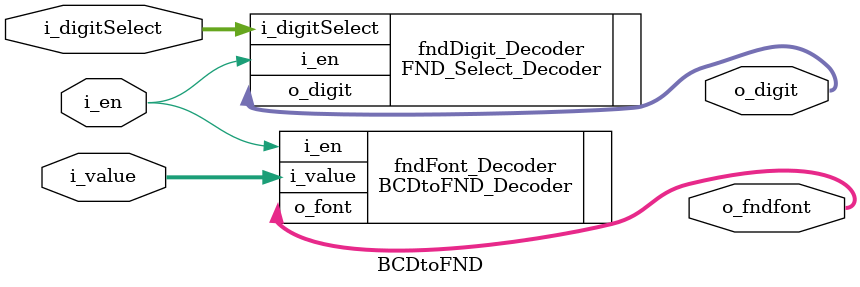
<source format=v>
`timescale 1ns / 1ps

module BCDtoFND(i_digitSelect,i_value,i_en,o_digit,o_fndfont);
input [1:0] i_digitSelect;
input[3:0] i_value;
input i_en;

output[3:0]o_digit;
output[7:0]o_fndfont;

    FND_Select_Decoder fndDigit_Decoder(
        .i_digitSelect(i_digitSelect),
        .i_en(i_en),
        .o_digit(o_digit)
        );
    BCDtoFND_Decoder fndFont_Decoder
        (
        .i_value(i_value),
        .i_en(i_en),
        .o_font(o_fndfont)
        );
endmodule

</source>
